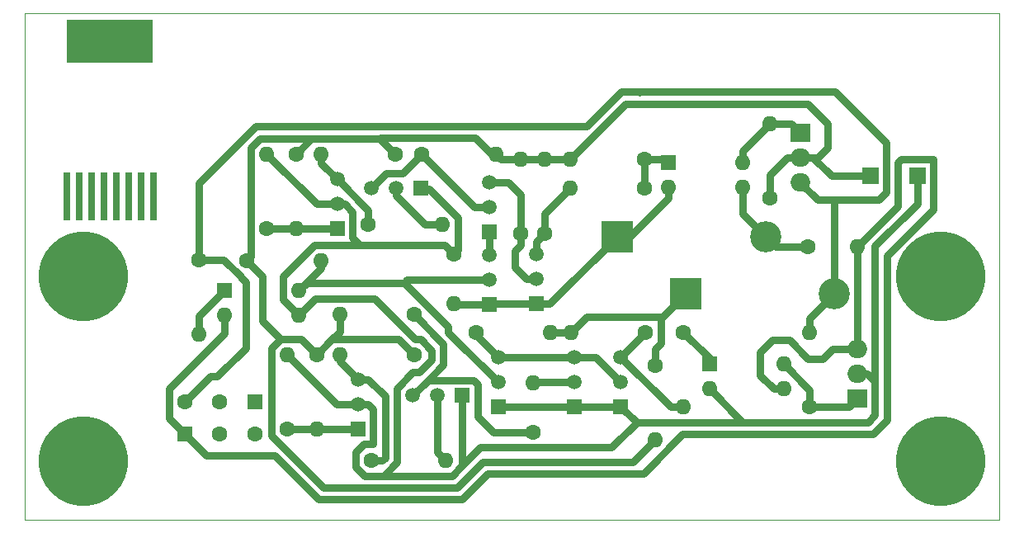
<source format=gbr>
%TF.GenerationSoftware,KiCad,Pcbnew,7.0.10-7.0.10~ubuntu22.04.1*%
%TF.CreationDate,2024-04-30T01:07:58+03:00*%
%TF.ProjectId,auto_cutoff_battery,6175746f-5f63-4757-946f-66665f626174,rev?*%
%TF.SameCoordinates,Original*%
%TF.FileFunction,Copper,L1,Top*%
%TF.FilePolarity,Positive*%
%FSLAX46Y46*%
G04 Gerber Fmt 4.6, Leading zero omitted, Abs format (unit mm)*
G04 Created by KiCad (PCBNEW 7.0.10-7.0.10~ubuntu22.04.1) date 2024-04-30 01:07:58*
%MOMM*%
%LPD*%
G01*
G04 APERTURE LIST*
G04 Aperture macros list*
%AMRoundRect*
0 Rectangle with rounded corners*
0 $1 Rounding radius*
0 $2 $3 $4 $5 $6 $7 $8 $9 X,Y pos of 4 corners*
0 Add a 4 corners polygon primitive as box body*
4,1,4,$2,$3,$4,$5,$6,$7,$8,$9,$2,$3,0*
0 Add four circle primitives for the rounded corners*
1,1,$1+$1,$2,$3*
1,1,$1+$1,$4,$5*
1,1,$1+$1,$6,$7*
1,1,$1+$1,$8,$9*
0 Add four rect primitives between the rounded corners*
20,1,$1+$1,$2,$3,$4,$5,0*
20,1,$1+$1,$4,$5,$6,$7,0*
20,1,$1+$1,$6,$7,$8,$9,0*
20,1,$1+$1,$8,$9,$2,$3,0*%
G04 Aperture macros list end*
%TA.AperFunction,ComponentPad*%
%ADD10R,1.500000X1.500000*%
%TD*%
%TA.AperFunction,ComponentPad*%
%ADD11C,1.500000*%
%TD*%
%TA.AperFunction,ComponentPad*%
%ADD12O,3.200000X3.200000*%
%TD*%
%TA.AperFunction,ComponentPad*%
%ADD13R,3.200000X3.200000*%
%TD*%
%TA.AperFunction,ComponentPad*%
%ADD14O,1.600000X1.600000*%
%TD*%
%TA.AperFunction,ComponentPad*%
%ADD15C,1.600000*%
%TD*%
%TA.AperFunction,ComponentPad*%
%ADD16R,1.700000X1.700000*%
%TD*%
%TA.AperFunction,ComponentPad*%
%ADD17C,9.200000*%
%TD*%
%TA.AperFunction,ComponentPad*%
%ADD18O,2.000000X1.905000*%
%TD*%
%TA.AperFunction,ComponentPad*%
%ADD19R,2.000000X1.905000*%
%TD*%
%TA.AperFunction,ComponentPad*%
%ADD20R,1.600000X1.600000*%
%TD*%
%TA.AperFunction,ComponentPad*%
%ADD21RoundRect,0.250000X-0.550000X-0.550000X0.550000X-0.550000X0.550000X0.550000X-0.550000X0.550000X0*%
%TD*%
%TA.AperFunction,ComponentPad*%
%ADD22RoundRect,0.250000X0.550000X0.550000X-0.550000X0.550000X-0.550000X-0.550000X0.550000X-0.550000X0*%
%TD*%
%TA.AperFunction,SMDPad,CuDef*%
%ADD23R,0.760000X5.000000*%
%TD*%
%TA.AperFunction,SMDPad,CuDef*%
%ADD24R,8.800000X4.500000*%
%TD*%
%TA.AperFunction,Conductor*%
%ADD25C,0.800000*%
%TD*%
%TA.AperFunction,Profile*%
%ADD26C,0.100000*%
%TD*%
G04 APERTURE END LIST*
D10*
X94894400Y-87223600D03*
D11*
X92354400Y-87223600D03*
X89814400Y-87223600D03*
D12*
X125998450Y-70951300D03*
D13*
X110758450Y-70951300D03*
D14*
X103318000Y-63004600D03*
D15*
X103318000Y-70624600D03*
D14*
X82296000Y-78933200D03*
D15*
X89916000Y-78933200D03*
D10*
X84181200Y-90698000D03*
D11*
X84181200Y-88158000D03*
X84181200Y-85618000D03*
D15*
X85547200Y-93878400D03*
D14*
X93167200Y-93878400D03*
D15*
X77802800Y-62459800D03*
D14*
X77802800Y-70079800D03*
D10*
X82047800Y-70139800D03*
D11*
X82047800Y-67599800D03*
X82047800Y-65059800D03*
D15*
X90677800Y-62464800D03*
D14*
X98297800Y-62464800D03*
D16*
X141556250Y-64679300D03*
D15*
X76901200Y-90668000D03*
D14*
X76901200Y-83048000D03*
D17*
X144000000Y-75000000D03*
D15*
X96266000Y-80772000D03*
D14*
X103886000Y-80772000D03*
X126430250Y-59370100D03*
D15*
X126430250Y-66990100D03*
D17*
X144000000Y-94000000D03*
D15*
X85217800Y-69674800D03*
D14*
X92837800Y-69674800D03*
D15*
X117570800Y-80762800D03*
D14*
X117570800Y-88382800D03*
D18*
X129605250Y-65405100D03*
X129605250Y-62865100D03*
D19*
X129605250Y-60325100D03*
D14*
X135395250Y-72005100D03*
D15*
X130315250Y-72005100D03*
D10*
X90592800Y-65964800D03*
D11*
X88052800Y-65964800D03*
X85512800Y-65964800D03*
D15*
X100860200Y-70649800D03*
D14*
X100860200Y-63029800D03*
D15*
X89933700Y-83066000D03*
D14*
X82313700Y-83066000D03*
X78118800Y-76458800D03*
X78118800Y-78998800D03*
X70498800Y-78998800D03*
D20*
X70498800Y-76458800D03*
D11*
X97691600Y-65371400D03*
X97691600Y-67911400D03*
D10*
X97691600Y-70451400D03*
D11*
X97691600Y-72796400D03*
X97691600Y-75336400D03*
D10*
X97691600Y-77876400D03*
D19*
X135435800Y-87527800D03*
D18*
X135435800Y-84987800D03*
X135435800Y-82447800D03*
D10*
X111150800Y-88362800D03*
D11*
X111150800Y-85822800D03*
X111150800Y-83282800D03*
D17*
X56000000Y-94000000D03*
X56000000Y-75000000D03*
D20*
X120220800Y-84032800D03*
D14*
X120220800Y-86572800D03*
X127840800Y-86572800D03*
X127840800Y-84032800D03*
D15*
X102100800Y-90982800D03*
D14*
X102100800Y-85902800D03*
D11*
X102441600Y-72771400D03*
X102441600Y-75311400D03*
D10*
X102441600Y-77851400D03*
D15*
X88022800Y-62449800D03*
D14*
X80402800Y-62449800D03*
X67868800Y-80924400D03*
D15*
X67868800Y-73304400D03*
D10*
X98575800Y-88417800D03*
D11*
X98575800Y-85877800D03*
X98575800Y-83337800D03*
D15*
X73609200Y-91186000D03*
X70009200Y-91186000D03*
D21*
X66409200Y-91186000D03*
D15*
X79926200Y-83058000D03*
D14*
X79926200Y-90678000D03*
X123640250Y-63345100D03*
X123640250Y-65885100D03*
X116020250Y-65885100D03*
D20*
X116020250Y-63345100D03*
D13*
X117811800Y-76790800D03*
D12*
X133051800Y-76790800D03*
D14*
X93980000Y-77825600D03*
D15*
X93980000Y-72745600D03*
X113651000Y-80746200D03*
D14*
X106031000Y-80746200D03*
D15*
X130495800Y-88407800D03*
D14*
X130495800Y-80787800D03*
D15*
X66409200Y-87884000D03*
X70009200Y-87884000D03*
D22*
X73609200Y-87884000D03*
D14*
X105959450Y-65972900D03*
D15*
X113579450Y-65972900D03*
D14*
X80365600Y-73406000D03*
D15*
X72745600Y-73406000D03*
D10*
X106400800Y-88362800D03*
D11*
X106400800Y-85822800D03*
X106400800Y-83282800D03*
D15*
X114636800Y-84156800D03*
D14*
X114636800Y-91776800D03*
D15*
X74802800Y-70084800D03*
D14*
X74802800Y-62464800D03*
D16*
X136730250Y-64730100D03*
D14*
X105959450Y-62972900D03*
D15*
X113579450Y-62972900D03*
D23*
X63169800Y-66818800D03*
X61899800Y-66818800D03*
X60629800Y-66818800D03*
X59359800Y-66818800D03*
X58089800Y-66818800D03*
X56819800Y-66818800D03*
X55549800Y-66818800D03*
X54279800Y-66818800D03*
D24*
X58724800Y-50888800D03*
D25*
X67868800Y-65439002D02*
X72705744Y-60602058D01*
X67868800Y-73304400D02*
X67868800Y-65439002D01*
X73698002Y-59609800D02*
X72002800Y-61305002D01*
X95148400Y-59609800D02*
X73698002Y-59609800D01*
X111168394Y-56066900D02*
X107625494Y-59609800D01*
X107625494Y-59609800D02*
X95148400Y-59609800D01*
X113119000Y-56066900D02*
X111168394Y-56066900D01*
X66409200Y-91186000D02*
X68612200Y-93389000D01*
X135395250Y-72005100D02*
X139580250Y-67820100D01*
X139580250Y-67820100D02*
X139580250Y-63355300D01*
X139580250Y-63355300D02*
X139906250Y-63029300D01*
X94824054Y-97878400D02*
X80151802Y-97878400D01*
X139906250Y-63029300D02*
X143206250Y-63029300D01*
X143206250Y-63029300D02*
X143206250Y-68156996D01*
X143206250Y-68156996D02*
X138435800Y-72927446D01*
X138435800Y-72927446D02*
X138435800Y-89777356D01*
X138435800Y-89777356D02*
X137005356Y-91207800D01*
X113446843Y-95229499D02*
X97472955Y-95229499D01*
X137005356Y-91207800D02*
X117468542Y-91207800D01*
X97472955Y-95229499D02*
X94824054Y-97878400D01*
X117468542Y-91207800D02*
X113446843Y-95229499D01*
X80151802Y-97878400D02*
X75662402Y-93389000D01*
X75662402Y-93389000D02*
X68612200Y-93389000D01*
X97691600Y-67911400D02*
X96124400Y-67911400D01*
X96124400Y-67911400D02*
X90677800Y-62464800D01*
X79399100Y-60863500D02*
X74141358Y-60863500D01*
X74141358Y-60863500D02*
X73202800Y-61802058D01*
X73202800Y-61802058D02*
X73202800Y-72948800D01*
X73202800Y-72948800D02*
X72745600Y-73406000D01*
X93040400Y-71806000D02*
X84328000Y-71806000D01*
X83602800Y-71080800D02*
X84328000Y-71806000D01*
X84328000Y-71806000D02*
X79702858Y-71806000D01*
X82047800Y-67599800D02*
X82797800Y-67599800D01*
X82797800Y-67599800D02*
X83602800Y-68404800D01*
X83602800Y-68404800D02*
X83602800Y-71080800D01*
X90207800Y-66049800D02*
X91468430Y-66049800D01*
X91468430Y-66049800D02*
X94452800Y-69034170D01*
X94452800Y-69034170D02*
X94452800Y-72272800D01*
X94452800Y-72272800D02*
X93980000Y-72745600D01*
X100860200Y-63029800D02*
X98862800Y-63029800D01*
X98862800Y-63029800D02*
X98297800Y-62464800D01*
X93980000Y-72745600D02*
X93040400Y-71806000D01*
X79702858Y-71806000D02*
X76503800Y-75005058D01*
X76503800Y-75005058D02*
X76503800Y-77383800D01*
X97691600Y-75336400D02*
X89226744Y-75336400D01*
X89226744Y-75336400D02*
X88904343Y-75658801D01*
X97691600Y-77876400D02*
X94030800Y-77876400D01*
X94030800Y-77876400D02*
X93980000Y-77825600D01*
X103318000Y-70624600D02*
X103318000Y-68614350D01*
X103318000Y-68614350D02*
X105959450Y-65972900D01*
X102441600Y-77851400D02*
X103858350Y-77851400D01*
X103858350Y-77851400D02*
X110758450Y-70951300D01*
X133059650Y-67157600D02*
X137602750Y-67157600D01*
X137602750Y-67157600D02*
X138380250Y-66380100D01*
X133110450Y-56066900D02*
X113119000Y-56066900D01*
X138380250Y-66380100D02*
X138380250Y-61336700D01*
X138380250Y-61336700D02*
X133110450Y-56066900D01*
X113119000Y-56066900D02*
X113080800Y-56105100D01*
X127693850Y-57305100D02*
X111627250Y-57305100D01*
X111627250Y-57305100D02*
X105959450Y-62972900D01*
X105959450Y-62972900D02*
X103349700Y-62972900D01*
X103349700Y-62972900D02*
X103318000Y-63004600D01*
X103318000Y-63004600D02*
X100885400Y-63004600D01*
X100885400Y-63004600D02*
X100860200Y-63029800D01*
X141556250Y-67157600D02*
X141556250Y-64679300D01*
X137235800Y-81406600D02*
X137235800Y-71861606D01*
X137235800Y-71861606D02*
X141556250Y-67541156D01*
X141556250Y-67541156D02*
X141556250Y-67157600D01*
X135435800Y-79860600D02*
X135451800Y-79844600D01*
X135451800Y-79844600D02*
X135451800Y-72061650D01*
X135451800Y-72061650D02*
X135395250Y-72005100D01*
X133059650Y-67157600D02*
X133059650Y-74712350D01*
X133059650Y-74712350D02*
X133051800Y-74720200D01*
X133051800Y-74720200D02*
X133051800Y-76790800D01*
X137235800Y-81406600D02*
X137210800Y-81381600D01*
X137235800Y-85775300D02*
X137235800Y-81406600D01*
X135435800Y-82447800D02*
X135435800Y-79860600D01*
X135451800Y-82431800D02*
X135435800Y-82447800D01*
X135435800Y-84987800D02*
X136448300Y-84987800D01*
X136448300Y-84987800D02*
X137235800Y-85775300D01*
X93450000Y-80752000D02*
X93431856Y-80752000D01*
X98575800Y-85877800D02*
X93450000Y-80752000D01*
X93431856Y-80752000D02*
X93431856Y-80186314D01*
X93431856Y-80186314D02*
X88904343Y-75658801D01*
X88904343Y-75658801D02*
X78918799Y-75658801D01*
X78918799Y-75658801D02*
X78118800Y-76458800D01*
X96266000Y-80772000D02*
X96266000Y-81028000D01*
X96266000Y-81028000D02*
X98575800Y-83337800D01*
X117811800Y-76790800D02*
X115792500Y-78810100D01*
X115792500Y-78810100D02*
X115271800Y-79330800D01*
X106031000Y-80746200D02*
X107631000Y-79146200D01*
X107631000Y-79146200D02*
X115456400Y-79146200D01*
X115456400Y-79146200D02*
X115792500Y-78810100D01*
X106031000Y-80746200D02*
X103911800Y-80746200D01*
X103911800Y-80746200D02*
X103886000Y-80772000D01*
X113651000Y-80746200D02*
X113651000Y-80782600D01*
X113651000Y-80782600D02*
X111150800Y-83282800D01*
X89916000Y-78933200D02*
X92934800Y-81952000D01*
X92934800Y-81952000D02*
X92934800Y-84103200D01*
X92934800Y-84103200D02*
X91364400Y-85673600D01*
X96510000Y-86135800D02*
X96047800Y-85673600D01*
X96047800Y-85673600D02*
X91364400Y-85673600D01*
X91364400Y-85673600D02*
X89814400Y-87223600D01*
X70498800Y-80848800D02*
X64809200Y-86538400D01*
X64809200Y-86538400D02*
X64809200Y-89586000D01*
X72644000Y-82397600D02*
X69748400Y-85293200D01*
X72644000Y-75590400D02*
X72644000Y-82397600D01*
X72136000Y-75059142D02*
X72136000Y-75082400D01*
X72136000Y-75082400D02*
X72644000Y-75590400D01*
X69000000Y-85293200D02*
X66409200Y-87884000D01*
X69748400Y-85293200D02*
X69000000Y-85293200D01*
X74371200Y-75031600D02*
X74371200Y-79584000D01*
X74371200Y-79584000D02*
X76235200Y-81448000D01*
X86146800Y-95478400D02*
X86775626Y-95478400D01*
X89766368Y-84872000D02*
X90445144Y-84872000D01*
X86775626Y-95478400D02*
X88144200Y-94109826D01*
X88144200Y-94109826D02*
X88144200Y-86494168D01*
X79784400Y-77333200D02*
X78118800Y-78998800D01*
X88144200Y-86494168D02*
X89766368Y-84872000D01*
X90030756Y-81466000D02*
X85897956Y-77333200D01*
X90445144Y-84872000D02*
X91734800Y-83582344D01*
X91734800Y-83582344D02*
X91734800Y-82604358D01*
X91734800Y-82604358D02*
X90596442Y-81466000D01*
X90596442Y-81466000D02*
X90030756Y-81466000D01*
X85897956Y-77333200D02*
X79784400Y-77333200D01*
X77802800Y-62459800D02*
X79399100Y-60863500D01*
X79399100Y-60863500D02*
X79412800Y-60849800D01*
X80365600Y-73406000D02*
X80365600Y-74212000D01*
X80365600Y-74212000D02*
X78118800Y-76458800D01*
X75301200Y-82382000D02*
X75793600Y-81889600D01*
X75793600Y-81889600D02*
X76235200Y-81448000D01*
X72745600Y-73406000D02*
X74371200Y-75031600D01*
X64809200Y-89586000D02*
X66409200Y-91186000D01*
X67868800Y-73304400D02*
X70381258Y-73304400D01*
X70381258Y-73304400D02*
X72136000Y-75059142D01*
X67868800Y-80924400D02*
X67868800Y-79088800D01*
X67868800Y-79088800D02*
X70498800Y-76458800D01*
X94326998Y-96678400D02*
X96975899Y-94029499D01*
X80648858Y-96678400D02*
X94326998Y-96678400D01*
X96975899Y-94029499D02*
X112384101Y-94029499D01*
X112384101Y-94029499D02*
X114636800Y-91776800D01*
X112795800Y-90007800D02*
X110220800Y-92582800D01*
X110220800Y-92582800D02*
X96725542Y-92582800D01*
X96725542Y-92582800D02*
X94450971Y-94857371D01*
X80648858Y-96678400D02*
X75301200Y-91330742D01*
X75301200Y-91330742D02*
X75301200Y-82382000D01*
X76235200Y-81448000D02*
X78316200Y-81448000D01*
X78316200Y-81448000D02*
X79926200Y-83058000D01*
X96510000Y-86135800D02*
X96510000Y-89452000D01*
X96510000Y-89452000D02*
X98040800Y-90982800D01*
X98040800Y-90982800D02*
X102100800Y-90982800D01*
X81518200Y-81466000D02*
X82296000Y-80688200D01*
X82296000Y-80688200D02*
X82296000Y-78933200D01*
X98575800Y-85877800D02*
X98393058Y-85877800D01*
X81518200Y-81466000D02*
X87823200Y-81466000D01*
X87823200Y-81466000D02*
X88333700Y-81466000D01*
X87409600Y-81466000D02*
X87823200Y-81466000D01*
X93829942Y-95478400D02*
X94894400Y-94413942D01*
X84884458Y-95478400D02*
X86146800Y-95478400D01*
X86146800Y-95478400D02*
X93829942Y-95478400D01*
X94894400Y-94413942D02*
X94894400Y-87223600D01*
X92354400Y-87223600D02*
X92354400Y-93065600D01*
X92354400Y-93065600D02*
X93167200Y-93878400D01*
X89814400Y-87223600D02*
X89814400Y-87199800D01*
X84785200Y-92248000D02*
X83947200Y-93086000D01*
X83947200Y-93086000D02*
X83947200Y-94541142D01*
X83947200Y-94541142D02*
X84884458Y-95478400D01*
X85731200Y-92248000D02*
X84785200Y-92248000D01*
X84181200Y-85618000D02*
X85241860Y-85618000D01*
X86944200Y-87320340D02*
X86944200Y-93612770D01*
X85241860Y-85618000D02*
X86944200Y-87320340D01*
X86944200Y-93612770D02*
X86678570Y-93878400D01*
X86678570Y-93878400D02*
X85547200Y-93878400D01*
X85744200Y-92235000D02*
X85731200Y-92248000D01*
X85744200Y-90870742D02*
X85744200Y-92235000D01*
X113579450Y-62972900D02*
X115648050Y-62972900D01*
X115648050Y-62972900D02*
X116020250Y-63345100D01*
X131310250Y-67157600D02*
X133059650Y-67157600D01*
X127693850Y-57305100D02*
X127674850Y-57286100D01*
X130305250Y-57305100D02*
X127693850Y-57305100D01*
X132380250Y-59380100D02*
X132380250Y-61795100D01*
X131310250Y-62865100D02*
X129605250Y-62865100D01*
X132380250Y-61795100D02*
X131310250Y-62865100D01*
X129605250Y-65452600D02*
X131310250Y-67157600D01*
X129605250Y-65405100D02*
X129605250Y-65452600D01*
X130884250Y-62865100D02*
X132749250Y-64730100D01*
X132749250Y-64730100D02*
X136730250Y-64730100D01*
X130315250Y-72005100D02*
X127052250Y-72005100D01*
X127052250Y-72005100D02*
X125998450Y-70951300D01*
X116020250Y-66940100D02*
X112009050Y-70951300D01*
X112009050Y-70951300D02*
X110758450Y-70951300D01*
X123640250Y-65885100D02*
X123640250Y-68593100D01*
X123640250Y-68593100D02*
X125998450Y-70951300D01*
X97691600Y-65371400D02*
X99588800Y-65371400D01*
X100860200Y-66642800D02*
X100860200Y-70649800D01*
X99588800Y-65371400D02*
X100860200Y-66642800D01*
X102441600Y-75311400D02*
X101451600Y-75311400D01*
X100241600Y-74101400D02*
X100241600Y-72431000D01*
X100241600Y-72431000D02*
X100860200Y-71812400D01*
X101451600Y-75311400D02*
X100241600Y-74101400D01*
X100860200Y-71812400D02*
X100860200Y-70649800D01*
X102441600Y-72771400D02*
X102441600Y-71501000D01*
X102441600Y-71501000D02*
X103318000Y-70624600D01*
X129605250Y-62865100D02*
X130884250Y-62865100D01*
X85744200Y-88660340D02*
X85744200Y-90870742D01*
X96197800Y-60809800D02*
X86462800Y-60809800D01*
X86462800Y-60809800D02*
X86422800Y-60849800D01*
X85512800Y-65964800D02*
X87062800Y-64414800D01*
X87062800Y-64414800D02*
X88727800Y-64414800D01*
X88727800Y-64414800D02*
X90677800Y-62464800D01*
X79412800Y-60849800D02*
X86422800Y-60849800D01*
X84181200Y-88158000D02*
X85241860Y-88158000D01*
X85241860Y-88158000D02*
X85744200Y-88660340D01*
X79926200Y-83058000D02*
X81518200Y-81466000D01*
X88333700Y-81466000D02*
X89933700Y-83066000D01*
X82313700Y-83066000D02*
X82313700Y-83750500D01*
X82313700Y-83750500D02*
X84181200Y-85618000D01*
X115271800Y-79330800D02*
X115271800Y-81870800D01*
X115271800Y-81870800D02*
X114636800Y-82505800D01*
X114636800Y-82505800D02*
X114636800Y-84156800D01*
X111150800Y-83282800D02*
X116250800Y-88382800D01*
X116250800Y-88382800D02*
X117570800Y-88382800D01*
X123655800Y-90007800D02*
X112795800Y-90007800D01*
X112795800Y-90007800D02*
X111150800Y-88362800D01*
X130495800Y-80787800D02*
X130495800Y-79346800D01*
X130495800Y-79346800D02*
X133051800Y-76790800D01*
X120220800Y-86572800D02*
X123655800Y-90007800D01*
X123655800Y-90007800D02*
X136508300Y-90007800D01*
X136508300Y-90007800D02*
X137235800Y-89280300D01*
X137235800Y-89280300D02*
X137235800Y-85775300D01*
X86422800Y-60849800D02*
X88022800Y-62449800D01*
X126430250Y-66990100D02*
X126430250Y-64630100D01*
X128195250Y-62865100D02*
X129605250Y-62865100D01*
X126430250Y-64630100D02*
X128195250Y-62865100D01*
X132380250Y-59380100D02*
X130305250Y-57305100D01*
X103911000Y-80746200D02*
X103886000Y-80721200D01*
X96197800Y-60809800D02*
X97797800Y-62409800D01*
X98630800Y-88362800D02*
X98575800Y-88417800D01*
X97716600Y-77851400D02*
X97691600Y-77876400D01*
X78118800Y-78998800D02*
X76503800Y-77383800D01*
X84181200Y-88158000D02*
X82011200Y-88158000D01*
X82047800Y-67599800D02*
X79937800Y-67599800D01*
X79937800Y-67599800D02*
X74802800Y-62464800D01*
X106400800Y-88362800D02*
X98630800Y-88362800D01*
X102441600Y-77851400D02*
X97716600Y-77851400D01*
X116020250Y-66940100D02*
X116020250Y-65885100D01*
X106400800Y-88362800D02*
X111150800Y-88362800D01*
X82011200Y-88158000D02*
X76901200Y-83048000D01*
X132845800Y-82447800D02*
X135435800Y-82447800D01*
X126870800Y-86572800D02*
X125445800Y-85147800D01*
X125445800Y-85147800D02*
X125445800Y-82797800D01*
X127840800Y-86572800D02*
X126870800Y-86572800D01*
X130345800Y-83472800D02*
X131820800Y-83472800D01*
X125445800Y-82797800D02*
X126670800Y-81572800D01*
X128445800Y-81572800D02*
X130345800Y-83472800D01*
X70498800Y-78998800D02*
X70498800Y-80848800D01*
X126670800Y-81572800D02*
X128445800Y-81572800D01*
X131820800Y-83472800D02*
X132845800Y-82447800D01*
X130495800Y-88407800D02*
X130495800Y-86687800D01*
X134555800Y-88407800D02*
X135435800Y-87527800D01*
X130495800Y-88407800D02*
X134555800Y-88407800D01*
X130495800Y-86687800D02*
X127840800Y-84032800D01*
X128650250Y-59370100D02*
X129605250Y-60325100D01*
X126430250Y-59370100D02*
X128650250Y-59370100D01*
X123640250Y-63345100D02*
X123640250Y-62160100D01*
X123640250Y-62160100D02*
X126430250Y-59370100D01*
X123615250Y-63320100D02*
X123640250Y-63345100D01*
X88052800Y-66714800D02*
X91012800Y-69674800D01*
X91012800Y-69674800D02*
X92837800Y-69674800D01*
X88052800Y-65964800D02*
X88052800Y-66714800D01*
X113579450Y-62972900D02*
X113579450Y-65972900D01*
X120220800Y-83412800D02*
X117570800Y-80762800D01*
X120220800Y-84032800D02*
X120220800Y-83412800D01*
X111100800Y-83232800D02*
X111150800Y-83282800D01*
X98630800Y-83282800D02*
X98575800Y-83337800D01*
X106400800Y-83282800D02*
X98630800Y-83282800D01*
X108610800Y-83282800D02*
X111150800Y-85822800D01*
X108610800Y-83282800D02*
X106400800Y-83282800D01*
X106400800Y-85822800D02*
X102180800Y-85822800D01*
X102180800Y-85822800D02*
X102100800Y-85902800D01*
X97691600Y-70451400D02*
X97691600Y-72796400D01*
X80402800Y-62449800D02*
X80402800Y-63414800D01*
X82047800Y-65059800D02*
X85217800Y-68229800D01*
X85217800Y-68229800D02*
X85217800Y-69674800D01*
X80402800Y-63414800D02*
X82047800Y-65059800D01*
X74802800Y-70084800D02*
X77797800Y-70084800D01*
X77797800Y-70084800D02*
X77802800Y-70079800D01*
X81987800Y-70079800D02*
X82047800Y-70139800D01*
X77802800Y-70079800D02*
X81987800Y-70079800D01*
X79946200Y-90698000D02*
X79926200Y-90678000D01*
X76911200Y-90678000D02*
X76901200Y-90668000D01*
X79926200Y-90678000D02*
X76911200Y-90678000D01*
X84181200Y-90698000D02*
X79946200Y-90698000D01*
X78103800Y-76443800D02*
X78118800Y-76458800D01*
D26*
X50000000Y-48000000D02*
X150000000Y-48000000D01*
X150000000Y-100000000D01*
X50000000Y-100000000D01*
X50000000Y-48000000D01*
M02*

</source>
